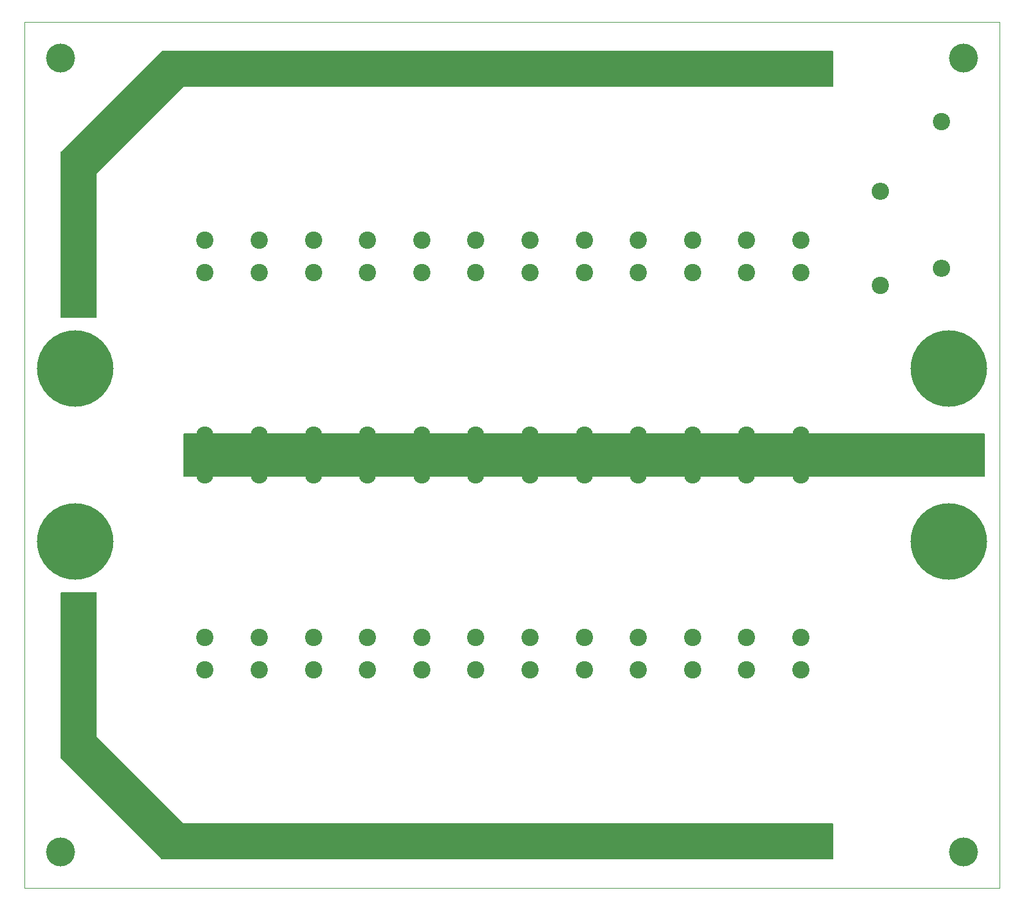
<source format=gbs>
%TF.GenerationSoftware,KiCad,Pcbnew,9.0.0*%
%TF.CreationDate,2025-12-10T15:51:30-08:00*%
%TF.ProjectId,cap_bank,6361705f-6261-46e6-9b2e-6b696361645f,rev?*%
%TF.SameCoordinates,Original*%
%TF.FileFunction,Soldermask,Bot*%
%TF.FilePolarity,Negative*%
%FSLAX46Y46*%
G04 Gerber Fmt 4.6, Leading zero omitted, Abs format (unit mm)*
G04 Created by KiCad (PCBNEW 9.0.0) date 2025-12-10 15:51:30*
%MOMM*%
%LPD*%
G01*
G04 APERTURE LIST*
%ADD10C,4.000000*%
%ADD11C,0.600000*%
%ADD12C,10.600000*%
%ADD13C,2.400000*%
%ADD14O,2.400000X2.400000*%
%TA.AperFunction,Profile*%
%ADD15C,0.050000*%
%TD*%
G04 APERTURE END LIST*
D10*
%TO.C,H6*%
X65000000Y-145000000D03*
%TD*%
%TO.C,H5*%
X190000000Y-145000000D03*
%TD*%
%TO.C,H4*%
X190000000Y-35000000D03*
%TD*%
%TO.C,H3*%
X65000000Y-35000000D03*
%TD*%
D11*
%TO.C,H2*%
X186500000Y-106500000D03*
X187500000Y-106500000D03*
X188500000Y-106500000D03*
X189500000Y-106500000D03*
X184500000Y-105500000D03*
X185500000Y-105500000D03*
X186500000Y-105500000D03*
X187500000Y-105500000D03*
X188500000Y-105500000D03*
X189500000Y-105500000D03*
X190500000Y-105500000D03*
X191500000Y-105500000D03*
X184500000Y-104500000D03*
X185500000Y-104500000D03*
X190500000Y-104500000D03*
X191500000Y-104500000D03*
X183500000Y-103500000D03*
X184500000Y-103500000D03*
X191500000Y-103500000D03*
X192500000Y-103500000D03*
X183500000Y-102500000D03*
X184500000Y-102500000D03*
X191500000Y-102500000D03*
X192500000Y-102500000D03*
D12*
X188000000Y-102000000D03*
D11*
X183500000Y-101500000D03*
X184500000Y-101500000D03*
X191500000Y-101500000D03*
X192500000Y-101500000D03*
X183500000Y-100500000D03*
X184500000Y-100500000D03*
X191500000Y-100500000D03*
X192500000Y-100500000D03*
X184500000Y-99500000D03*
X185500000Y-99500000D03*
X190500000Y-99500000D03*
X191500000Y-99500000D03*
X184500000Y-98500000D03*
X185500000Y-98500000D03*
X186500000Y-98500000D03*
X187500000Y-98500000D03*
X188500000Y-98500000D03*
X189500000Y-98500000D03*
X190500000Y-98500000D03*
X191500000Y-98500000D03*
X186500000Y-97500000D03*
X187500000Y-97500000D03*
X188500000Y-97500000D03*
X189500000Y-97500000D03*
X186500000Y-82500000D03*
X187500000Y-82500000D03*
X188500000Y-82500000D03*
X189500000Y-82500000D03*
X184500000Y-81500000D03*
X185500000Y-81500000D03*
X186500000Y-81500000D03*
X187500000Y-81500000D03*
X188500000Y-81500000D03*
X189500000Y-81500000D03*
X190500000Y-81500000D03*
X191500000Y-81500000D03*
X184500000Y-80500000D03*
X185500000Y-80500000D03*
X190500000Y-80500000D03*
X191500000Y-80500000D03*
X183500000Y-79500000D03*
X184500000Y-79500000D03*
X191500000Y-79500000D03*
X192500000Y-79500000D03*
X183500000Y-78500000D03*
X184500000Y-78500000D03*
X191500000Y-78500000D03*
X192500000Y-78500000D03*
D12*
X188000000Y-78000000D03*
D11*
X183500000Y-77500000D03*
X184500000Y-77500000D03*
X191500000Y-77500000D03*
X192500000Y-77500000D03*
X183500000Y-76500000D03*
X184500000Y-76500000D03*
X191500000Y-76500000D03*
X192500000Y-76500000D03*
X184500000Y-75500000D03*
X185500000Y-75500000D03*
X190500000Y-75500000D03*
X191500000Y-75500000D03*
X184500000Y-74500000D03*
X185500000Y-74500000D03*
X186500000Y-74500000D03*
X187500000Y-74500000D03*
X188500000Y-74500000D03*
X189500000Y-74500000D03*
X190500000Y-74500000D03*
X191500000Y-74500000D03*
X186500000Y-73500000D03*
X187500000Y-73500000D03*
X188500000Y-73500000D03*
X189500000Y-73500000D03*
%TD*%
%TO.C,H1*%
X65500000Y-106500000D03*
X66500000Y-106500000D03*
X67500000Y-106500000D03*
X68500000Y-106500000D03*
X63500000Y-105500000D03*
X64500000Y-105500000D03*
X65500000Y-105500000D03*
X66500000Y-105500000D03*
X67500000Y-105500000D03*
X68500000Y-105500000D03*
X69500000Y-105500000D03*
X70500000Y-105500000D03*
X63500000Y-104500000D03*
X64500000Y-104500000D03*
X69500000Y-104500000D03*
X70500000Y-104500000D03*
X62500000Y-103500000D03*
X63500000Y-103500000D03*
X70500000Y-103500000D03*
X71500000Y-103500000D03*
X62500000Y-102500000D03*
X63500000Y-102500000D03*
X70500000Y-102500000D03*
X71500000Y-102500000D03*
D12*
X67000000Y-102000000D03*
D11*
X62500000Y-101500000D03*
X63500000Y-101500000D03*
X70500000Y-101500000D03*
X71500000Y-101500000D03*
X62500000Y-100500000D03*
X63500000Y-100500000D03*
X70500000Y-100500000D03*
X71500000Y-100500000D03*
X63500000Y-99500000D03*
X64500000Y-99500000D03*
X69500000Y-99500000D03*
X70500000Y-99500000D03*
X63500000Y-98500000D03*
X64500000Y-98500000D03*
X65500000Y-98500000D03*
X66500000Y-98500000D03*
X67500000Y-98500000D03*
X68500000Y-98500000D03*
X69500000Y-98500000D03*
X70500000Y-98500000D03*
X65500000Y-97500000D03*
X66500000Y-97500000D03*
X67500000Y-97500000D03*
X68500000Y-97500000D03*
X65500000Y-82500000D03*
X66500000Y-82500000D03*
X67500000Y-82500000D03*
X68500000Y-82500000D03*
X63500000Y-81500000D03*
X64500000Y-81500000D03*
X65500000Y-81500000D03*
X66500000Y-81500000D03*
X67500000Y-81500000D03*
X68500000Y-81500000D03*
X69500000Y-81500000D03*
X70500000Y-81500000D03*
X63500000Y-80500000D03*
X64500000Y-80500000D03*
X69500000Y-80500000D03*
X70500000Y-80500000D03*
X62500000Y-79500000D03*
X63500000Y-79500000D03*
X70500000Y-79500000D03*
X71500000Y-79500000D03*
X62500000Y-78500000D03*
X63500000Y-78500000D03*
X70500000Y-78500000D03*
X71500000Y-78500000D03*
D12*
X67000000Y-78000000D03*
D11*
X62500000Y-77500000D03*
X63500000Y-77500000D03*
X70500000Y-77500000D03*
X71500000Y-77500000D03*
X62500000Y-76500000D03*
X63500000Y-76500000D03*
X70500000Y-76500000D03*
X71500000Y-76500000D03*
X63500000Y-75500000D03*
X64500000Y-75500000D03*
X69500000Y-75500000D03*
X70500000Y-75500000D03*
X63500000Y-74500000D03*
X64500000Y-74500000D03*
X65500000Y-74500000D03*
X66500000Y-74500000D03*
X67500000Y-74500000D03*
X68500000Y-74500000D03*
X69500000Y-74500000D03*
X70500000Y-74500000D03*
X65500000Y-73500000D03*
X66500000Y-73500000D03*
X67500000Y-73500000D03*
X68500000Y-73500000D03*
%TD*%
D13*
%TO.C,GD1*%
X178500000Y-66500000D03*
D14*
X178500000Y-53500000D03*
%TD*%
D13*
%TO.C,C48*%
X167500000Y-60250000D03*
X167500000Y-37750000D03*
%TD*%
%TO.C,C47*%
X160000000Y-60250000D03*
X160000000Y-37750000D03*
%TD*%
%TO.C,C46*%
X152500000Y-60250000D03*
X152500000Y-37750000D03*
%TD*%
%TO.C,C45*%
X145000000Y-60250000D03*
X145000000Y-37750000D03*
%TD*%
%TO.C,C44*%
X137500000Y-60250000D03*
X137500000Y-37750000D03*
%TD*%
%TO.C,C43*%
X130000000Y-60250000D03*
X130000000Y-37750000D03*
%TD*%
%TO.C,C42*%
X122500000Y-60250000D03*
X122500000Y-37750000D03*
%TD*%
%TO.C,C41*%
X115000000Y-60250000D03*
X115000000Y-37750000D03*
%TD*%
%TO.C,C40*%
X107500000Y-60250000D03*
X107500000Y-37750000D03*
%TD*%
%TO.C,C39*%
X100000000Y-60250000D03*
X100000000Y-37750000D03*
%TD*%
%TO.C,C38*%
X92500000Y-60250000D03*
X92500000Y-37750000D03*
%TD*%
%TO.C,C37*%
X85000000Y-60250000D03*
X85000000Y-37750000D03*
%TD*%
%TO.C,C36*%
X167500000Y-87250000D03*
X167500000Y-64750000D03*
%TD*%
%TO.C,C35*%
X160000000Y-87250000D03*
X160000000Y-64750000D03*
%TD*%
%TO.C,C34*%
X152500000Y-87250000D03*
X152500000Y-64750000D03*
%TD*%
%TO.C,C33*%
X145000000Y-87250000D03*
X145000000Y-64750000D03*
%TD*%
%TO.C,C32*%
X137500000Y-87250000D03*
X137500000Y-64750000D03*
%TD*%
%TO.C,C31*%
X130000000Y-87250000D03*
X130000000Y-64750000D03*
%TD*%
%TO.C,C30*%
X122500000Y-87250000D03*
X122500000Y-64750000D03*
%TD*%
%TO.C,C29*%
X115000000Y-87250000D03*
X115000000Y-64750000D03*
%TD*%
%TO.C,C28*%
X107500000Y-87250000D03*
X107500000Y-64750000D03*
%TD*%
%TO.C,C27*%
X100000000Y-87250000D03*
X100000000Y-64750000D03*
%TD*%
%TO.C,C26*%
X92500000Y-87250000D03*
X92500000Y-64750000D03*
%TD*%
%TO.C,C25*%
X85000000Y-87250000D03*
X85000000Y-64750000D03*
%TD*%
%TO.C,C24*%
X167500000Y-115250000D03*
X167500000Y-92750000D03*
%TD*%
%TO.C,C23*%
X160000000Y-115250000D03*
X160000000Y-92750000D03*
%TD*%
%TO.C,C22*%
X152500000Y-115250000D03*
X152500000Y-92750000D03*
%TD*%
%TO.C,C21*%
X145000000Y-115250000D03*
X145000000Y-92750000D03*
%TD*%
%TO.C,C20*%
X137500000Y-115250000D03*
X137500000Y-92750000D03*
%TD*%
%TO.C,C19*%
X130000000Y-92750000D03*
X130000000Y-115250000D03*
%TD*%
%TO.C,C18*%
X122500000Y-115250000D03*
X122500000Y-92750000D03*
%TD*%
%TO.C,C17*%
X115000000Y-115250000D03*
X115000000Y-92750000D03*
%TD*%
%TO.C,C16*%
X107500000Y-115250000D03*
X107500000Y-92750000D03*
%TD*%
%TO.C,C15*%
X100000000Y-115250000D03*
X100000000Y-92750000D03*
%TD*%
%TO.C,C14*%
X92500000Y-115250000D03*
X92500000Y-92750000D03*
%TD*%
%TO.C,C13*%
X85000000Y-115250000D03*
X85000000Y-92750000D03*
%TD*%
%TO.C,C12*%
X167500000Y-142250000D03*
X167500000Y-119750000D03*
%TD*%
%TO.C,C11*%
X160000000Y-142250000D03*
X160000000Y-119750000D03*
%TD*%
%TO.C,C10*%
X152500000Y-142250000D03*
X152500000Y-119750000D03*
%TD*%
%TO.C,C9*%
X145000000Y-142250000D03*
X145000000Y-119750000D03*
%TD*%
%TO.C,C8*%
X137500000Y-142250000D03*
X137500000Y-119750000D03*
%TD*%
%TO.C,C7*%
X130000000Y-142250000D03*
X130000000Y-119750000D03*
%TD*%
%TO.C,C6*%
X122500000Y-142250000D03*
X122500000Y-119750000D03*
%TD*%
%TO.C,C5*%
X115000000Y-142250000D03*
X115000000Y-119750000D03*
%TD*%
%TO.C,C4*%
X107500000Y-142250000D03*
X107500000Y-119750000D03*
%TD*%
%TO.C,C3*%
X100000000Y-142250000D03*
X100000000Y-119750000D03*
%TD*%
%TO.C,C2*%
X92500000Y-142250000D03*
X92500000Y-119750000D03*
%TD*%
%TO.C,C1*%
X85000000Y-142250000D03*
X85000000Y-119750000D03*
%TD*%
%TO.C,R1*%
X187000000Y-43840000D03*
D14*
X187000000Y-64160000D03*
%TD*%
G36*
X192943039Y-87019685D02*
G01*
X192988794Y-87072489D01*
X193000000Y-87124000D01*
X193000000Y-92876000D01*
X192980315Y-92943039D01*
X192927511Y-92988794D01*
X192876000Y-93000000D01*
X82124000Y-93000000D01*
X82056961Y-92980315D01*
X82011206Y-92927511D01*
X82000000Y-92876000D01*
X82000000Y-87124000D01*
X82019685Y-87056961D01*
X82072489Y-87011206D01*
X82124000Y-87000000D01*
X192876000Y-87000000D01*
X192943039Y-87019685D01*
G37*
G36*
X171943039Y-34019685D02*
G01*
X171988794Y-34072489D01*
X172000000Y-34124000D01*
X172000000Y-38876000D01*
X171980315Y-38943039D01*
X171927511Y-38988794D01*
X171876000Y-39000000D01*
X81999999Y-39000000D01*
X70000000Y-50999999D01*
X70000000Y-70876000D01*
X69980315Y-70943039D01*
X69927511Y-70988794D01*
X69876000Y-71000000D01*
X65124000Y-71000000D01*
X65056961Y-70980315D01*
X65011206Y-70927511D01*
X65000000Y-70876000D01*
X65000000Y-48051362D01*
X65019685Y-47984323D01*
X65036319Y-47963681D01*
X78963681Y-34036319D01*
X79025004Y-34002834D01*
X79051362Y-34000000D01*
X171876000Y-34000000D01*
X171943039Y-34019685D01*
G37*
G36*
X69943039Y-109019685D02*
G01*
X69988794Y-109072489D01*
X70000000Y-109124000D01*
X70000000Y-129000000D01*
X82000000Y-141000000D01*
X171876000Y-141000000D01*
X171943039Y-141019685D01*
X171988794Y-141072489D01*
X172000000Y-141124000D01*
X172000000Y-145876000D01*
X171980315Y-145943039D01*
X171927511Y-145988794D01*
X171876000Y-146000000D01*
X79051362Y-146000000D01*
X78984323Y-145980315D01*
X78963681Y-145963681D01*
X65036319Y-132036319D01*
X65002834Y-131974996D01*
X65000000Y-131948638D01*
X65000000Y-109124000D01*
X65019685Y-109056961D01*
X65072489Y-109011206D01*
X65124000Y-109000000D01*
X69876000Y-109000000D01*
X69943039Y-109019685D01*
G37*
D15*
X60000000Y-30000000D02*
X195000000Y-30000000D01*
X195000000Y-150000000D01*
X60000000Y-150000000D01*
X60000000Y-30000000D01*
M02*

</source>
